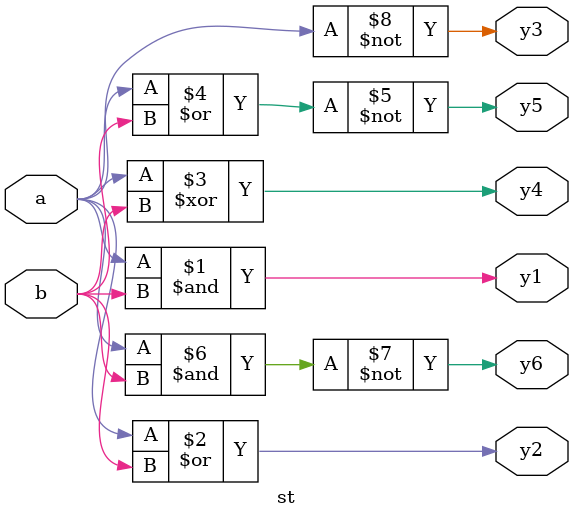
<source format=v>
module st (a, b, y1, y2, y3, y4, y5, y6);
    input a, b;
    output y1, y2, y3, y4, y5, y6;
    and (y1, a, b);
    or (y2, a, b);
    not (y3, a);
    xor (y4, a, b);
    nor (y5, a, b);
    nand (y6, a, b);
endmodule
</source>
